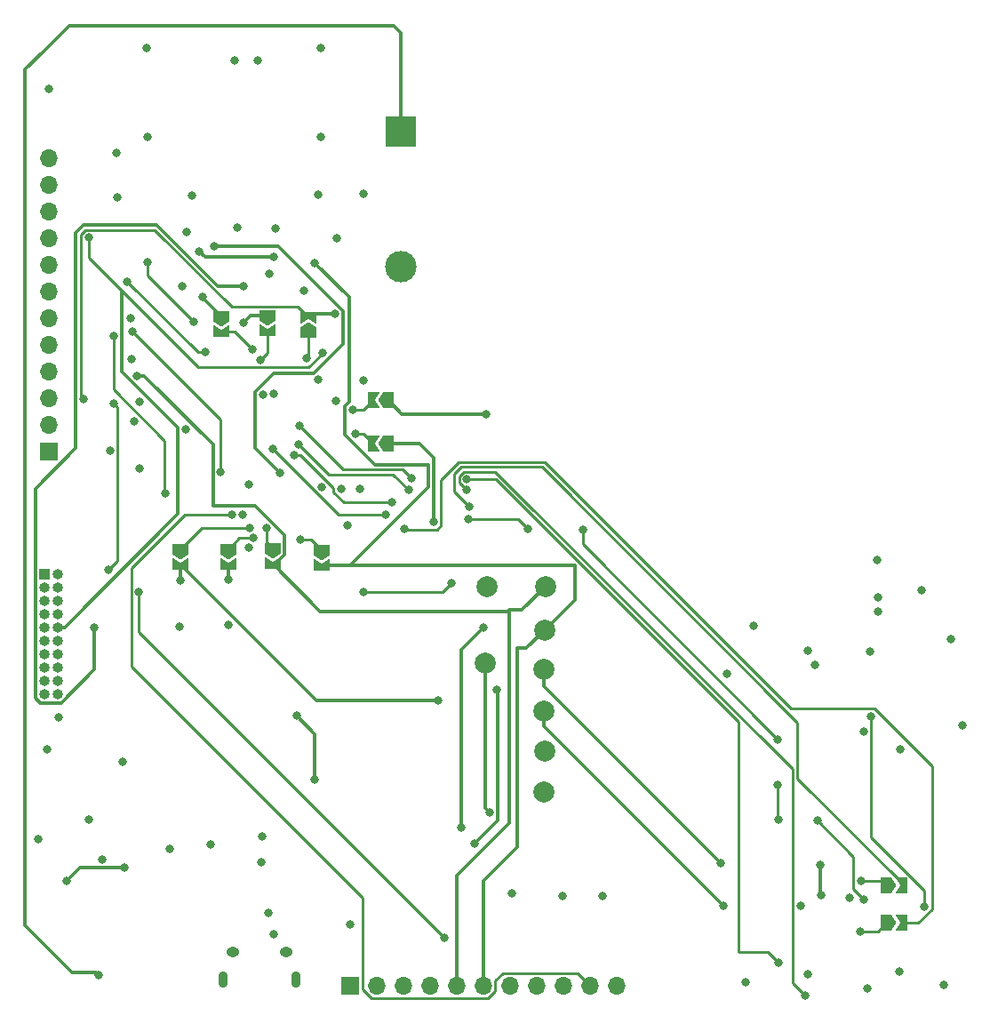
<source format=gbr>
%TF.GenerationSoftware,KiCad,Pcbnew,7.0.7*%
%TF.CreationDate,2024-05-08T11:13:52-07:00*%
%TF.ProjectId,Final_Project_Sutton_Yazzolino,46696e61-6c5f-4507-926f-6a6563745f53,rev?*%
%TF.SameCoordinates,Original*%
%TF.FileFunction,Copper,L4,Bot*%
%TF.FilePolarity,Positive*%
%FSLAX46Y46*%
G04 Gerber Fmt 4.6, Leading zero omitted, Abs format (unit mm)*
G04 Created by KiCad (PCBNEW 7.0.7) date 2024-05-08 11:13:52*
%MOMM*%
%LPD*%
G01*
G04 APERTURE LIST*
G04 Aperture macros list*
%AMFreePoly0*
4,1,6,1.000000,0.000000,0.500000,-0.750000,-0.500000,-0.750000,-0.500000,0.750000,0.500000,0.750000,1.000000,0.000000,1.000000,0.000000,$1*%
%AMFreePoly1*
4,1,6,0.500000,-0.750000,-0.650000,-0.750000,-0.150000,0.000000,-0.650000,0.750000,0.500000,0.750000,0.500000,-0.750000,0.500000,-0.750000,$1*%
G04 Aperture macros list end*
%TA.AperFunction,ComponentPad*%
%ADD10C,2.000000*%
%TD*%
%TA.AperFunction,ComponentPad*%
%ADD11O,0.890000X1.550000*%
%TD*%
%TA.AperFunction,ComponentPad*%
%ADD12O,1.250000X0.950000*%
%TD*%
%TA.AperFunction,ComponentPad*%
%ADD13R,1.700000X1.700000*%
%TD*%
%TA.AperFunction,ComponentPad*%
%ADD14O,1.700000X1.700000*%
%TD*%
%TA.AperFunction,ComponentPad*%
%ADD15R,1.000000X1.000000*%
%TD*%
%TA.AperFunction,ComponentPad*%
%ADD16O,1.000000X1.000000*%
%TD*%
%TA.AperFunction,ComponentPad*%
%ADD17R,3.000000X3.000000*%
%TD*%
%TA.AperFunction,ComponentPad*%
%ADD18C,3.000000*%
%TD*%
%TA.AperFunction,SMDPad,CuDef*%
%ADD19FreePoly0,270.000000*%
%TD*%
%TA.AperFunction,SMDPad,CuDef*%
%ADD20FreePoly1,270.000000*%
%TD*%
%TA.AperFunction,SMDPad,CuDef*%
%ADD21FreePoly0,180.000000*%
%TD*%
%TA.AperFunction,SMDPad,CuDef*%
%ADD22FreePoly1,180.000000*%
%TD*%
%TA.AperFunction,SMDPad,CuDef*%
%ADD23FreePoly0,0.000000*%
%TD*%
%TA.AperFunction,SMDPad,CuDef*%
%ADD24FreePoly1,0.000000*%
%TD*%
%TA.AperFunction,SMDPad,CuDef*%
%ADD25FreePoly0,90.000000*%
%TD*%
%TA.AperFunction,SMDPad,CuDef*%
%ADD26FreePoly1,90.000000*%
%TD*%
%TA.AperFunction,ViaPad*%
%ADD27C,0.800000*%
%TD*%
%TA.AperFunction,Conductor*%
%ADD28C,0.304800*%
%TD*%
%TA.AperFunction,Conductor*%
%ADD29C,0.250000*%
%TD*%
G04 APERTURE END LIST*
D10*
%TO.P,Ie1,1,1*%
%TO.N,/I2C-DIO*%
X150825000Y-112600000D03*
%TD*%
D11*
%TO.P,J2,6,Shield*%
%TO.N,GND*%
X120225000Y-142175000D03*
D12*
X121225000Y-139475000D03*
X126225000Y-139475000D03*
D11*
X127225000Y-142175000D03*
%TD*%
D13*
%TO.P,LEDmodule1,1,Vin*%
%TO.N,+3.3V*%
X132325000Y-142750000D03*
D14*
%TO.P,LEDmodule1,2,3V*%
%TO.N,unconnected-(LEDmodule1-3V-Pad2)*%
X134865000Y-142750000D03*
%TO.P,LEDmodule1,3,GND*%
%TO.N,GND*%
X137405000Y-142750000D03*
%TO.P,LEDmodule1,4,SCK*%
%TO.N,/SPI-CLK*%
X139945000Y-142750000D03*
%TO.P,LEDmodule1,5,MISO*%
%TO.N,/SPI_MISO*%
X142485000Y-142750000D03*
%TO.P,LEDmodule1,6,MOSI*%
%TO.N,/SPI_MOSI*%
X145025000Y-142750000D03*
%TO.P,LEDmodule1,7,TFTCS*%
%TO.N,/LED_TFTCS*%
X147565000Y-142750000D03*
%TO.P,LEDmodule1,8,RST*%
%TO.N,/LEDreset(unconnected)*%
X150105000Y-142750000D03*
%TO.P,LEDmodule1,9,DC*%
%TO.N,/LED_DC*%
X152645000Y-142750000D03*
%TO.P,LEDmodule1,10,SDCS*%
%TO.N,/LED_SDCS*%
X155185000Y-142750000D03*
%TO.P,LEDmodule1,11,LIT*%
%TO.N,/LED_LIT(unconnected)*%
X157725000Y-142750000D03*
%TD*%
D13*
%TO.P,WifiModule1,1,Vin*%
%TO.N,+3.3V*%
X103650000Y-91825000D03*
D14*
%TO.P,WifiModule1,2,3V*%
%TO.N,unconnected-(WifiModule1-3V-Pad2)*%
X103650000Y-89285000D03*
%TO.P,WifiModule1,3,GND*%
%TO.N,GND*%
X103650000Y-86745000D03*
%TO.P,WifiModule1,4,SCK*%
%TO.N,/SPI-CLK*%
X103650000Y-84205000D03*
%TO.P,WifiModule1,5,MISO*%
%TO.N,/SPI_MISO*%
X103650000Y-81665000D03*
%TO.P,WifiModule1,6,MOSI*%
%TO.N,/SPI_MOSI*%
X103650000Y-79125000D03*
%TO.P,WifiModule1,7,CS*%
%TO.N,/Wifi_CS*%
X103650000Y-76585000D03*
%TO.P,WifiModule1,8,BUSY*%
%TO.N,/Wifi_BUSY*%
X103650000Y-74045000D03*
%TO.P,WifiModule1,9,RST*%
%TO.N,/reset*%
X103650000Y-71505000D03*
%TO.P,WifiModule1,10,GP0*%
%TO.N,/Wifi_GPO*%
X103650000Y-68965000D03*
%TO.P,WifiModule1,11,RXI*%
%TO.N,/Wifi_RXI*%
X103650000Y-66425000D03*
%TO.P,WifiModule1,12,TXO*%
%TO.N,/Wifi_TXO*%
X103650000Y-63885000D03*
%TD*%
D10*
%TO.P,USB_D+1,1,1*%
%TO.N,/USB_D+*%
X145375000Y-104750000D03*
%TD*%
D15*
%TO.P,J3,1,VTref*%
%TO.N,+3.3V*%
X103200000Y-103525000D03*
D16*
%TO.P,J3,2,SWDIO/TMS*%
%TO.N,/I2C-SWDIO*%
X104470000Y-103525000D03*
%TO.P,J3,3,GND*%
%TO.N,GND*%
X103200000Y-104795000D03*
%TO.P,J3,4,SWDCLK/TCK*%
%TO.N,/I2C-SWCLK*%
X104470000Y-104795000D03*
%TO.P,J3,5,GND*%
%TO.N,GND*%
X103200000Y-106065000D03*
%TO.P,J3,6,SWO/TDO*%
%TO.N,unconnected-(J3-SWO{slash}TDO-Pad6)*%
X104470000Y-106065000D03*
%TO.P,J3,7,KEY*%
%TO.N,unconnected-(J3-KEY-Pad7)*%
X103200000Y-107335000D03*
%TO.P,J3,8,NC/TDI*%
%TO.N,unconnected-(J3-NC{slash}TDI-Pad8)*%
X104470000Y-107335000D03*
%TO.P,J3,9,GNDDetect*%
%TO.N,Net-(J3-GNDDetect)*%
X103200000Y-108605000D03*
%TO.P,J3,10,~{RESET}*%
%TO.N,/reset*%
X104470000Y-108605000D03*
%TO.P,J3,11*%
%TO.N,N/C*%
X103200000Y-109875000D03*
%TO.P,J3,12*%
X104470000Y-109875000D03*
%TO.P,J3,13*%
X103200000Y-111145000D03*
%TO.P,J3,14*%
X104470000Y-111145000D03*
%TO.P,J3,15*%
X103200000Y-112415000D03*
%TO.P,J3,16*%
X104470000Y-112415000D03*
%TO.P,J3,17*%
X103200000Y-113685000D03*
%TO.P,J3,18*%
X104470000Y-113685000D03*
%TO.P,J3,19*%
X103200000Y-114955000D03*
%TO.P,J3,20*%
X104470000Y-114955000D03*
%TD*%
D17*
%TO.P,BT1,1,+*%
%TO.N,+BATT*%
X137175000Y-61400000D03*
D18*
%TO.P,BT1,2,-*%
%TO.N,GND*%
X137175000Y-74200000D03*
%TD*%
D10*
%TO.P,TP1,1,1*%
%TO.N,/SPI_MISO*%
X150950000Y-104700000D03*
%TD*%
%TO.P,TP4,1,1*%
%TO.N,/I2C-CLK*%
X150825000Y-116575000D03*
%TD*%
%TO.P,TP5,1,1*%
%TO.N,/I2C-SWCLK*%
X150900000Y-120350000D03*
%TD*%
%TO.P,TP2,1,1*%
%TO.N,/SPI_MOSI*%
X150900000Y-108825000D03*
%TD*%
%TO.P,TP6,1,1*%
%TO.N,/I2C-SWDIO*%
X150825000Y-124275000D03*
%TD*%
%TO.P,USB_D-1,1,1*%
%TO.N,/USB_D-*%
X145225000Y-112000000D03*
%TD*%
D19*
%TO.P,JP6,1,A*%
%TO.N,Net-(JP6-A)*%
X120750000Y-101125000D03*
D20*
%TO.P,JP6,2,B*%
%TO.N,/I2C-CLK*%
X120750000Y-102575000D03*
%TD*%
D19*
%TO.P,JP8,1,A*%
%TO.N,/I2C-SWCLK*%
X124450000Y-78900000D03*
D20*
%TO.P,JP8,2,B*%
%TO.N,Net-(JP8-B)*%
X124450000Y-80350000D03*
%TD*%
D19*
%TO.P,JP3,1,A*%
%TO.N,Net-(JP3-A)*%
X129650000Y-101250000D03*
D20*
%TO.P,JP3,2,B*%
%TO.N,/SPI_MOSI*%
X129650000Y-102700000D03*
%TD*%
D19*
%TO.P,JP4,1,A*%
%TO.N,Net-(JP4-A)*%
X124975000Y-101075000D03*
D20*
%TO.P,JP4,2,B*%
%TO.N,/SPI_MISO*%
X124975000Y-102525000D03*
%TD*%
D21*
%TO.P,JP10,1,A*%
%TO.N,/USB_D-*%
X135975000Y-91050000D03*
D22*
%TO.P,JP10,2,B*%
%TO.N,Net-(JP10-B)*%
X134525000Y-91050000D03*
%TD*%
D23*
%TO.P,JP1,1,A*%
%TO.N,Net-(JP1-A)*%
X183450000Y-136750000D03*
D24*
%TO.P,JP1,2,B*%
%TO.N,/PulseOx_IRD*%
X184900000Y-136750000D03*
%TD*%
D21*
%TO.P,JP11,1,A*%
%TO.N,/USB_D+*%
X135975000Y-86950000D03*
D22*
%TO.P,JP11,2,B*%
%TO.N,Net-(JP11-B)*%
X134525000Y-86950000D03*
%TD*%
D19*
%TO.P,JP5,1,A*%
%TO.N,Net-(JP5-A)*%
X116175000Y-101175000D03*
D20*
%TO.P,JP5,2,B*%
%TO.N,/I2C-DIO*%
X116175000Y-102625000D03*
%TD*%
D23*
%TO.P,JP2,1,A*%
%TO.N,Net-(JP2-A)*%
X183450000Y-133200000D03*
D24*
%TO.P,JP2,2,B*%
%TO.N,/PulseOx_RD*%
X184900000Y-133200000D03*
%TD*%
D25*
%TO.P,JP7,1,A*%
%TO.N,Net-(JP7-A)*%
X128350000Y-80475000D03*
D26*
%TO.P,JP7,2,B*%
%TO.N,/SPI-CLK*%
X128350000Y-79025000D03*
%TD*%
D19*
%TO.P,JP9,1,A*%
%TO.N,/I2C-SWDIO*%
X120075000Y-78950000D03*
D20*
%TO.P,JP9,2,B*%
%TO.N,Net-(JP9-B)*%
X120075000Y-80400000D03*
%TD*%
D27*
%TO.N,/SPI-CLK*%
X144250000Y-129160000D03*
X146290000Y-114530000D03*
%TO.N,GND*%
X115190000Y-129720000D03*
X125120000Y-86360000D03*
X116810000Y-70930000D03*
X112325000Y-87100000D03*
X127980000Y-76510000D03*
X132375000Y-136875000D03*
X184725000Y-141400000D03*
X108700000Y-130700000D03*
X176625000Y-112175000D03*
X124000000Y-128475000D03*
X123925000Y-131000000D03*
X179950000Y-134350000D03*
X188950000Y-142650000D03*
X175950000Y-141600000D03*
X107425000Y-126900000D03*
X129575000Y-53450000D03*
X184800000Y-120200000D03*
X175950000Y-110850000D03*
X102625000Y-128725000D03*
X123550000Y-54575000D03*
X113000000Y-53425000D03*
X130990000Y-87010000D03*
X168225000Y-113050000D03*
X122680000Y-94950000D03*
X170825000Y-108400000D03*
X133280000Y-95380000D03*
X125050000Y-137850000D03*
X190700000Y-117925000D03*
X181275000Y-118550000D03*
X109475000Y-91800000D03*
X124630000Y-74950000D03*
X133620000Y-85110000D03*
X189600000Y-109750000D03*
X116725000Y-89700000D03*
X129550000Y-61900000D03*
X103500000Y-120200000D03*
X104600000Y-117175000D03*
X129640000Y-95240000D03*
X182550000Y-102150000D03*
X113025000Y-61850000D03*
X175275000Y-135125000D03*
X112275000Y-93425000D03*
X116390000Y-76080000D03*
X122680000Y-100970000D03*
X186825000Y-105075000D03*
X133650000Y-67330000D03*
%TO.N,+3.3V*%
X117275000Y-67450000D03*
X152630000Y-134160000D03*
X121325000Y-54625000D03*
X131125000Y-71500000D03*
X110125000Y-63400000D03*
X182675000Y-105775000D03*
X129350000Y-67375000D03*
X111790000Y-88960000D03*
X170000000Y-142360000D03*
X111480000Y-79150000D03*
X124100000Y-86430000D03*
X111520000Y-83010000D03*
X122130000Y-97890000D03*
X125275000Y-70575000D03*
X147740000Y-133900000D03*
X103625000Y-57300000D03*
X124560000Y-135770000D03*
X181620000Y-142950000D03*
X182675000Y-107100000D03*
X131475000Y-95400000D03*
X119070000Y-129260000D03*
X129350000Y-84975000D03*
X120785000Y-108355000D03*
X110700000Y-121400000D03*
X116115000Y-108535000D03*
X110200000Y-67650000D03*
X181925000Y-110875000D03*
X156430000Y-134160000D03*
X121600000Y-70475000D03*
%TO.N,+BATT*%
X108390000Y-141690000D03*
%TO.N,Net-(LDO1.8V1-VI)*%
X182010000Y-117040000D03*
X187060000Y-135160000D03*
%TO.N,Net-(U3-PA01)*%
X118580000Y-82380000D03*
X111100000Y-75640000D03*
%TO.N,Net-(U3-PA00)*%
X117440000Y-79460000D03*
X113050000Y-73810000D03*
%TO.N,Net-(D2-K)*%
X105380000Y-132710000D03*
X110850000Y-131460000D03*
%TO.N,/SPI_MOSI*%
X129010000Y-73890000D03*
X117970000Y-72770000D03*
X125050000Y-73330000D03*
%TO.N,/SD_CMD*%
X119420000Y-72260000D03*
X125660000Y-93890000D03*
%TO.N,/SPI-CLK*%
X106971051Y-86888948D03*
X130890000Y-78740000D03*
%TO.N,/SPI_MISO*%
X112060000Y-84620000D03*
%TO.N,/USB_D-*%
X140310000Y-98550000D03*
X145690000Y-126240000D03*
%TO.N,/USB_D+*%
X145300000Y-88270000D03*
X145040000Y-108610000D03*
X142910000Y-127680000D03*
%TO.N,/I2C-SWDIO*%
X109870000Y-87270000D03*
X118340000Y-77140000D03*
X128980000Y-123130000D03*
X127270000Y-117030000D03*
X109340000Y-103090000D03*
%TO.N,/I2C-SWCLK*%
X122160000Y-76100000D03*
X122210000Y-79530000D03*
X108010000Y-108600000D03*
%TO.N,/reset*%
X129710000Y-82470000D03*
X107470000Y-71460000D03*
%TO.N,Net-(JP1-A)*%
X180920000Y-137590000D03*
%TO.N,/PulseOx_IRD*%
X135760000Y-97850000D03*
X137550000Y-99200000D03*
X124990000Y-91570000D03*
%TO.N,Net-(JP2-A)*%
X181020000Y-132740000D03*
%TO.N,/PulseOx_RD*%
X143740000Y-97090000D03*
X136360000Y-96680000D03*
X127060000Y-92210000D03*
%TO.N,Net-(JP3-A)*%
X127630000Y-100260000D03*
%TO.N,Net-(JP4-A)*%
X124390000Y-99150000D03*
%TO.N,Net-(JP5-A)*%
X122780000Y-99140000D03*
%TO.N,/I2C-DIO*%
X116210000Y-104130000D03*
X177180000Y-131250000D03*
X140710000Y-115550000D03*
X167650000Y-131010000D03*
X177220000Y-134100000D03*
%TO.N,Net-(JP6-A)*%
X123158878Y-100064909D03*
%TO.N,/I2C-CLK*%
X120770000Y-104050000D03*
X167900000Y-135090000D03*
%TO.N,Net-(JP7-A)*%
X128190000Y-82990000D03*
%TO.N,Net-(JP8-B)*%
X123830000Y-83100000D03*
%TO.N,Net-(JP9-B)*%
X123050000Y-82120000D03*
%TO.N,Net-(JP10-B)*%
X132850000Y-90170000D03*
%TO.N,Net-(JP11-B)*%
X132580000Y-87830000D03*
%TO.N,/LED_TFTCS*%
X141350000Y-138140000D03*
X112230000Y-105260000D03*
%TO.N,/LED_SDCS*%
X121131329Y-97849238D03*
%TO.N,/PulseOx_INT*%
X173160000Y-126900000D03*
X143640000Y-98300000D03*
X149260000Y-99210000D03*
X173080000Y-123590000D03*
X154550000Y-99340000D03*
X181320000Y-134540000D03*
X176890000Y-127020000D03*
X133610000Y-105260000D03*
X142030000Y-104390000D03*
X173120000Y-119240000D03*
X132120000Y-98910000D03*
%TO.N,/TempSensor_INT*%
X127510000Y-89360000D03*
X143470000Y-94480000D03*
X173150000Y-140560000D03*
X138200000Y-94420000D03*
%TO.N,/TempSensor_ADDR*%
X143427953Y-95478618D03*
X175690000Y-143650000D03*
X127480000Y-91180000D03*
X137920000Y-95500000D03*
%TO.N,/Wifi_BUSY*%
X111640000Y-80420000D03*
X120040000Y-93810000D03*
%TO.N,/Wifi_CS*%
X114790000Y-95785500D03*
X109800000Y-80810000D03*
%TD*%
D28*
%TO.N,/SPI-CLK*%
X146442400Y-126967600D02*
X144250000Y-129160000D01*
X146442400Y-114682400D02*
X146442400Y-126967600D01*
X146290000Y-114530000D02*
X146442400Y-114682400D01*
%TO.N,/SPI_MOSI*%
X148240000Y-110560000D02*
X148240000Y-129510000D01*
X148240000Y-129510000D02*
X145025000Y-132725000D01*
X150900000Y-108825000D02*
X149165000Y-110560000D01*
X149165000Y-110560000D02*
X148240000Y-110560000D01*
X145025000Y-132725000D02*
X145025000Y-142750000D01*
%TO.N,+BATT*%
X101400000Y-55480000D02*
X101400000Y-56560000D01*
X136500000Y-51310000D02*
X105570000Y-51310000D01*
X103210000Y-53670000D02*
X101400000Y-55480000D01*
X105570000Y-51310000D02*
X103210000Y-53670000D01*
X137175000Y-61400000D02*
X137175000Y-51985000D01*
X108150000Y-141450000D02*
X108390000Y-141690000D01*
X137175000Y-51985000D02*
X136500000Y-51310000D01*
X105860000Y-141450000D02*
X108150000Y-141450000D01*
X101400000Y-56560000D02*
X101400000Y-136990000D01*
X101400000Y-136990000D02*
X105860000Y-141450000D01*
D29*
%TO.N,Net-(LDO1.8V1-VI)*%
X182010000Y-117040000D02*
X182010000Y-128600380D01*
X182010000Y-128600380D02*
X187060000Y-133650380D01*
X187060000Y-133650380D02*
X187060000Y-135160000D01*
%TO.N,Net-(U3-PA01)*%
X111100000Y-75640000D02*
X117840000Y-82380000D01*
X117840000Y-82380000D02*
X118580000Y-82380000D01*
%TO.N,Net-(U3-PA00)*%
X113050000Y-75070000D02*
X117440000Y-79460000D01*
X113050000Y-73810000D02*
X113050000Y-75070000D01*
D28*
%TO.N,Net-(D2-K)*%
X110850000Y-131460000D02*
X106630000Y-131460000D01*
X106630000Y-131460000D02*
X105380000Y-132710000D01*
%TO.N,/SPI_MOSI*%
X132268345Y-87077600D02*
X131827600Y-87518345D01*
X129010000Y-73890000D02*
X132268345Y-77148345D01*
X117970000Y-72770000D02*
X118530000Y-73330000D01*
X153770000Y-105955000D02*
X150900000Y-108825000D01*
X139805200Y-93082843D02*
X139805200Y-95254800D01*
X131827600Y-87518345D02*
X131827600Y-90211655D01*
X150902583Y-102660000D02*
X153770000Y-102660000D01*
X150862583Y-102700000D02*
X150902583Y-102660000D01*
X118530000Y-73330000D02*
X125050000Y-73330000D01*
X131827600Y-90211655D02*
X134698788Y-93082843D01*
X153770000Y-102660000D02*
X153770000Y-105955000D01*
X129650000Y-102700000D02*
X150862583Y-102700000D01*
X132360000Y-102700000D02*
X129650000Y-102700000D01*
X139805200Y-95254800D02*
X132360000Y-102700000D01*
X134698788Y-93082843D02*
X139805200Y-93082843D01*
X132268345Y-77148345D02*
X132268345Y-87077600D01*
%TO.N,/SD_CMD*%
X123280000Y-86185945D02*
X123280000Y-91510000D01*
X128884055Y-84360000D02*
X125105945Y-84360000D01*
X125474055Y-72260000D02*
X131642400Y-78428345D01*
X119420000Y-72260000D02*
X125474055Y-72260000D01*
X131642400Y-81601655D02*
X128884055Y-84360000D01*
X125105945Y-84360000D02*
X123280000Y-86185945D01*
X123280000Y-91510000D02*
X125660000Y-93890000D01*
X131642400Y-78428345D02*
X131642400Y-81601655D01*
D29*
%TO.N,/SPI-CLK*%
X106745000Y-86662897D02*
X106745000Y-71159695D01*
X106971051Y-86888948D02*
X106745000Y-86662897D01*
X121070000Y-78075000D02*
X127400000Y-78075000D01*
X107169695Y-70735000D02*
X113730000Y-70735000D01*
X127400000Y-78075000D02*
X128350000Y-79025000D01*
D28*
X130890000Y-78740000D02*
X128635000Y-78740000D01*
D29*
X113730000Y-70735000D02*
X121070000Y-78075000D01*
X106745000Y-71159695D02*
X107169695Y-70735000D01*
D28*
X128635000Y-78740000D02*
X128350000Y-79025000D01*
%TO.N,/SPI_MISO*%
X119287600Y-91198545D02*
X119287600Y-97027600D01*
X124975000Y-102525000D02*
X129520000Y-107070000D01*
X126130000Y-101668370D02*
X125273370Y-102525000D01*
X142485000Y-132265000D02*
X142485000Y-142750000D01*
X148740000Y-106910000D02*
X147490000Y-106910000D01*
X129520000Y-107070000D02*
X147490000Y-107070000D01*
X112709055Y-84620000D02*
X119287600Y-91198545D01*
X119287600Y-97027600D02*
X123333545Y-97027600D01*
X150950000Y-104700000D02*
X148740000Y-106910000D01*
X126130000Y-99824055D02*
X126130000Y-101668370D01*
X147490000Y-107070000D02*
X147490000Y-127260000D01*
X112060000Y-84620000D02*
X112709055Y-84620000D01*
X147490000Y-106910000D02*
X147490000Y-107070000D01*
X125273370Y-102525000D02*
X124975000Y-102525000D01*
X147490000Y-127260000D02*
X142485000Y-132265000D01*
X123333545Y-97027600D02*
X126130000Y-99824055D01*
%TO.N,/USB_D-*%
X138960000Y-91050000D02*
X140310000Y-92400000D01*
X145690000Y-126240000D02*
X145225000Y-125775000D01*
X135975000Y-91050000D02*
X138960000Y-91050000D01*
X140310000Y-92400000D02*
X140310000Y-98550000D01*
X145225000Y-125775000D02*
X145225000Y-112000000D01*
%TO.N,/USB_D+*%
X137295000Y-88270000D02*
X135975000Y-86950000D01*
X145300000Y-88270000D02*
X137295000Y-88270000D01*
X142910000Y-127680000D02*
X142910000Y-110740000D01*
X142910000Y-110740000D02*
X145040000Y-108610000D01*
%TO.N,/I2C-SWDIO*%
X128980000Y-123130000D02*
X128980000Y-118740000D01*
D29*
X110200000Y-87600000D02*
X110200000Y-102230000D01*
X118340000Y-77215000D02*
X118340000Y-77140000D01*
D28*
X128980000Y-118740000D02*
X127270000Y-117030000D01*
D29*
X110200000Y-102230000D02*
X109340000Y-103090000D01*
X120075000Y-78950000D02*
X118340000Y-77215000D01*
X109870000Y-87270000D02*
X110200000Y-87600000D01*
D28*
%TO.N,/I2C-SWCLK*%
X122840000Y-78900000D02*
X124450000Y-78900000D01*
X102846924Y-115807400D02*
X102347600Y-115308076D01*
X102347600Y-95397400D02*
X106218651Y-91526349D01*
X108010000Y-112620476D02*
X104823076Y-115807400D01*
X104823076Y-115807400D02*
X102846924Y-115807400D01*
X106218651Y-91526349D02*
X106218651Y-71010898D01*
X106218651Y-71010898D02*
X106971949Y-70257600D01*
X106971949Y-70257600D02*
X113927746Y-70257600D01*
X119770146Y-76100000D02*
X122160000Y-76100000D01*
X108010000Y-108600000D02*
X108010000Y-112620476D01*
X102347600Y-115308076D02*
X102347600Y-95397400D01*
X122210000Y-79530000D02*
X122840000Y-78900000D01*
X113927746Y-70257600D02*
X119770146Y-76100000D01*
%TO.N,/reset*%
X104470000Y-108605000D02*
X105177106Y-108605000D01*
D29*
X117905000Y-83825000D02*
X128385000Y-83825000D01*
X128385000Y-83825000D02*
X129710000Y-82500000D01*
D28*
X115972600Y-97809506D02*
X115972600Y-89596655D01*
X105177106Y-108605000D02*
X115972600Y-97809506D01*
D29*
X107470000Y-71460000D02*
X107470000Y-73390000D01*
D28*
X115972600Y-89596655D02*
X110620000Y-84244055D01*
D29*
X108350000Y-74270000D02*
X117905000Y-83825000D01*
X129710000Y-82500000D02*
X129710000Y-82470000D01*
D28*
X110620000Y-84244055D02*
X110620000Y-76540000D01*
X110620000Y-76540000D02*
X108350000Y-74270000D01*
D29*
X107470000Y-73390000D02*
X108350000Y-74270000D01*
%TO.N,Net-(JP1-A)*%
X182610000Y-137590000D02*
X183450000Y-136750000D01*
X180920000Y-137590000D02*
X182610000Y-137590000D01*
%TO.N,/PulseOx_IRD*%
X142725000Y-92855000D02*
X141035000Y-94545000D01*
X174370305Y-116315000D02*
X150910305Y-92855000D01*
X187785000Y-135460305D02*
X187785000Y-121789695D01*
X124990000Y-91615305D02*
X124990000Y-91570000D01*
X135760000Y-97850000D02*
X131224695Y-97850000D01*
X140625000Y-99275000D02*
X137625000Y-99275000D01*
X187785000Y-121789695D02*
X182310305Y-116315000D01*
X141035000Y-94545000D02*
X141035000Y-98865000D01*
X150910305Y-92855000D02*
X142725000Y-92855000D01*
X182310305Y-116315000D02*
X174370305Y-116315000D01*
X131224695Y-97850000D02*
X124990000Y-91615305D01*
X141035000Y-98865000D02*
X140625000Y-99275000D01*
X137625000Y-99275000D02*
X137550000Y-99200000D01*
X184900000Y-136750000D02*
X186495305Y-136750000D01*
X186495305Y-136750000D02*
X187785000Y-135460305D01*
%TO.N,Net-(JP2-A)*%
X182990000Y-132740000D02*
X183450000Y-133200000D01*
X181020000Y-132740000D02*
X182990000Y-132740000D01*
%TO.N,/PulseOx_RD*%
X142983299Y-93305000D02*
X150615000Y-93305000D01*
X142295000Y-95645000D02*
X142295000Y-93993299D01*
X143740000Y-97090000D02*
X142295000Y-95645000D01*
X127060000Y-92210000D02*
X127635305Y-92210000D01*
X131729695Y-96680000D02*
X136360000Y-96680000D01*
X150615000Y-93305000D02*
X174960000Y-117650000D01*
X130750000Y-95324695D02*
X130750000Y-95700305D01*
X142295000Y-93993299D02*
X142983299Y-93305000D01*
X127635305Y-92210000D02*
X130750000Y-95324695D01*
X184900000Y-132940380D02*
X184900000Y-133200000D01*
X130750000Y-95700305D02*
X131729695Y-96680000D01*
X174960000Y-117650000D02*
X174960000Y-123000380D01*
X174960000Y-123000380D02*
X184900000Y-132940380D01*
%TO.N,Net-(JP3-A)*%
X127630000Y-100260000D02*
X128660000Y-100260000D01*
X128660000Y-100260000D02*
X129650000Y-101250000D01*
%TO.N,Net-(JP4-A)*%
X124390000Y-99150000D02*
X124390000Y-100490000D01*
X124390000Y-100490000D02*
X124975000Y-101075000D01*
%TO.N,Net-(JP5-A)*%
X118210000Y-99140000D02*
X116175000Y-101175000D01*
X122780000Y-99140000D02*
X118210000Y-99140000D01*
D28*
%TO.N,/I2C-DIO*%
X150825000Y-112600000D02*
X150825000Y-114185000D01*
X177180000Y-131250000D02*
X177180000Y-134060000D01*
X129100000Y-115550000D02*
X140710000Y-115550000D01*
X177180000Y-134060000D02*
X177220000Y-134100000D01*
X116210000Y-104130000D02*
X116210000Y-102660000D01*
X150825000Y-114185000D02*
X167650000Y-131010000D01*
X116175000Y-102625000D02*
X129100000Y-115550000D01*
X116210000Y-102660000D02*
X116175000Y-102625000D01*
D29*
%TO.N,Net-(JP6-A)*%
X121810091Y-100064909D02*
X120750000Y-101125000D01*
X123158878Y-100064909D02*
X121810091Y-100064909D01*
D28*
%TO.N,/I2C-CLK*%
X150825000Y-116575000D02*
X150825000Y-118015000D01*
X150825000Y-118015000D02*
X167900000Y-135090000D01*
X120770000Y-102595000D02*
X120750000Y-102575000D01*
X120770000Y-104050000D02*
X120770000Y-102595000D01*
D29*
%TO.N,Net-(JP7-A)*%
X128350000Y-80475000D02*
X128350000Y-82830000D01*
X128350000Y-82830000D02*
X128190000Y-82990000D01*
%TO.N,Net-(JP8-B)*%
X124450000Y-80350000D02*
X124450000Y-82480000D01*
X124450000Y-82480000D02*
X123830000Y-83100000D01*
%TO.N,Net-(JP9-B)*%
X120075000Y-80400000D02*
X121330000Y-80400000D01*
X121330000Y-80400000D02*
X123050000Y-82120000D01*
%TO.N,Net-(JP10-B)*%
X132850000Y-90170000D02*
X133645000Y-90170000D01*
X133645000Y-90170000D02*
X134525000Y-91050000D01*
%TO.N,Net-(JP11-B)*%
X132580000Y-87830000D02*
X133645000Y-87830000D01*
X133645000Y-87830000D02*
X134525000Y-86950000D01*
%TO.N,/LED_TFTCS*%
X112230000Y-109020000D02*
X112230000Y-105260000D01*
X141350000Y-138140000D02*
X112230000Y-109020000D01*
%TO.N,/LED_SDCS*%
X145511701Y-143925000D02*
X134378299Y-143925000D01*
X134378299Y-143925000D02*
X133540000Y-143086701D01*
X155185000Y-142750000D02*
X154010000Y-141575000D01*
X116608014Y-97849238D02*
X121131329Y-97849238D01*
X111505000Y-112305000D02*
X111505000Y-102952252D01*
X133540000Y-143086701D02*
X133540000Y-134340000D01*
X146200000Y-142263299D02*
X146200000Y-143236701D01*
X111505000Y-102952252D02*
X116608014Y-97849238D01*
X154010000Y-141575000D02*
X146888299Y-141575000D01*
X133540000Y-134340000D02*
X111505000Y-112305000D01*
X146888299Y-141575000D02*
X146200000Y-142263299D01*
X146200000Y-143236701D02*
X145511701Y-143925000D01*
%TO.N,/PulseOx_INT*%
X154550000Y-99340000D02*
X154550000Y-100670000D01*
X148350000Y-98300000D02*
X149260000Y-99210000D01*
X173080000Y-126820000D02*
X173160000Y-126900000D01*
X176890000Y-127020000D02*
X180295000Y-130425000D01*
X154550000Y-100670000D02*
X173120000Y-119240000D01*
X180295000Y-133515000D02*
X181320000Y-134540000D01*
X180295000Y-130425000D02*
X180295000Y-133515000D01*
X133610000Y-105260000D02*
X141160000Y-105260000D01*
X143640000Y-98300000D02*
X148350000Y-98300000D01*
X141160000Y-105260000D02*
X142030000Y-104390000D01*
X173080000Y-123590000D02*
X173080000Y-126820000D01*
%TO.N,/TempSensor_INT*%
X146265146Y-94480000D02*
X169400000Y-117614854D01*
X131710243Y-93560243D02*
X137340243Y-93560243D01*
X169400000Y-117614854D02*
X169400000Y-139530000D01*
X143470000Y-94480000D02*
X146265146Y-94480000D01*
X137340243Y-93560243D02*
X138200000Y-94420000D01*
X127510000Y-89360000D02*
X131710243Y-93560243D01*
X172120000Y-139530000D02*
X173150000Y-140560000D01*
X169400000Y-139530000D02*
X172120000Y-139530000D01*
%TO.N,/TempSensor_ADDR*%
X130310243Y-94010243D02*
X136430243Y-94010243D01*
X174510000Y-122088458D02*
X174510000Y-142470000D01*
X146176542Y-93755000D02*
X174510000Y-122088458D01*
X136430243Y-94010243D02*
X137920000Y-95500000D01*
X143427953Y-95478618D02*
X142745000Y-94795665D01*
X142745000Y-94179695D02*
X143169695Y-93755000D01*
X174510000Y-142470000D02*
X175690000Y-143650000D01*
X127480000Y-91180000D02*
X130310243Y-94010243D01*
X143169695Y-93755000D02*
X146176542Y-93755000D01*
X142745000Y-94795665D02*
X142745000Y-94179695D01*
%TO.N,/Wifi_BUSY*%
X111640000Y-80420000D02*
X120040000Y-88820000D01*
X120040000Y-88820000D02*
X120040000Y-93810000D01*
%TO.N,/Wifi_CS*%
X114790000Y-95785500D02*
X114690000Y-95685500D01*
X114690000Y-95685500D02*
X114690000Y-90834695D01*
X109800000Y-85944695D02*
X109800000Y-80810000D01*
X114690000Y-90834695D02*
X109800000Y-85944695D01*
%TD*%
M02*

</source>
